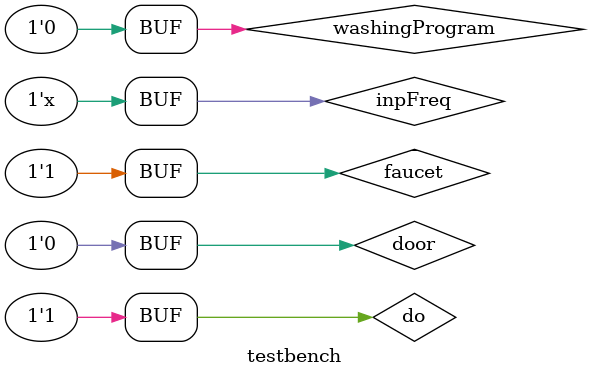
<source format=v>
`timescale 1ns/1ns
module testbench;
	
	reg inpFreq, washingProgram, faucet, door, do;
	wire fill, warm, wash, drain, dry, f;
	wire [2:0]S;

	Mod mod1(inpFreq, washingProgram, faucet, door, do, fill, warm, wash, drain, dry, f, S);
	
	initial begin
		inpFreq <= 1'b1;
		washingProgram <= 1'b1;
		faucet <= 1'b1;
		door <= 1'b0;
		do <= 1'b0;
		#20 do <= 1'b1;
		#200 washingProgram <= 1'b0;
	end
	always begin
		#5 inpFreq = ~inpFreq;
	end
endmodule

</source>
